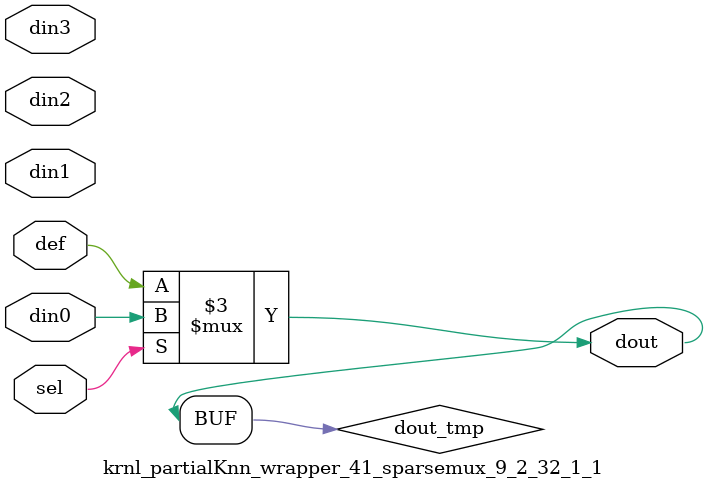
<source format=v>
`timescale 1 ns / 1 ps
module krnl_partialKnn_wrapper_41_sparsemux_9_2_32_1_1 (din0,din1,din2,din3,def,sel,dout);
parameter din0_WIDTH = 1;
parameter din1_WIDTH = 1;
parameter din2_WIDTH = 1;
parameter din3_WIDTH = 1;
parameter def_WIDTH = 1;
parameter sel_WIDTH = 1;
parameter dout_WIDTH = 1;
parameter [sel_WIDTH-1:0] CASE0 = 1;
parameter [sel_WIDTH-1:0] CASE1 = 1;
parameter [sel_WIDTH-1:0] CASE2 = 1;
parameter [sel_WIDTH-1:0] CASE3 = 1;
parameter ID = 1;
parameter NUM_STAGE = 1;
input [din0_WIDTH-1:0] din0;
input [din1_WIDTH-1:0] din1;
input [din2_WIDTH-1:0] din2;
input [din3_WIDTH-1:0] din3;
input [def_WIDTH-1:0] def;
input [sel_WIDTH-1:0] sel;
output [dout_WIDTH-1:0] dout;
reg [dout_WIDTH-1:0] dout_tmp;
always @ (*) begin
case (sel)
    
    CASE0 : dout_tmp = din0;
    
    CASE1 : dout_tmp = din1;
    
    CASE2 : dout_tmp = din2;
    
    CASE3 : dout_tmp = din3;
    
    default : dout_tmp = def;
endcase
end
assign dout = dout_tmp;
endmodule
</source>
